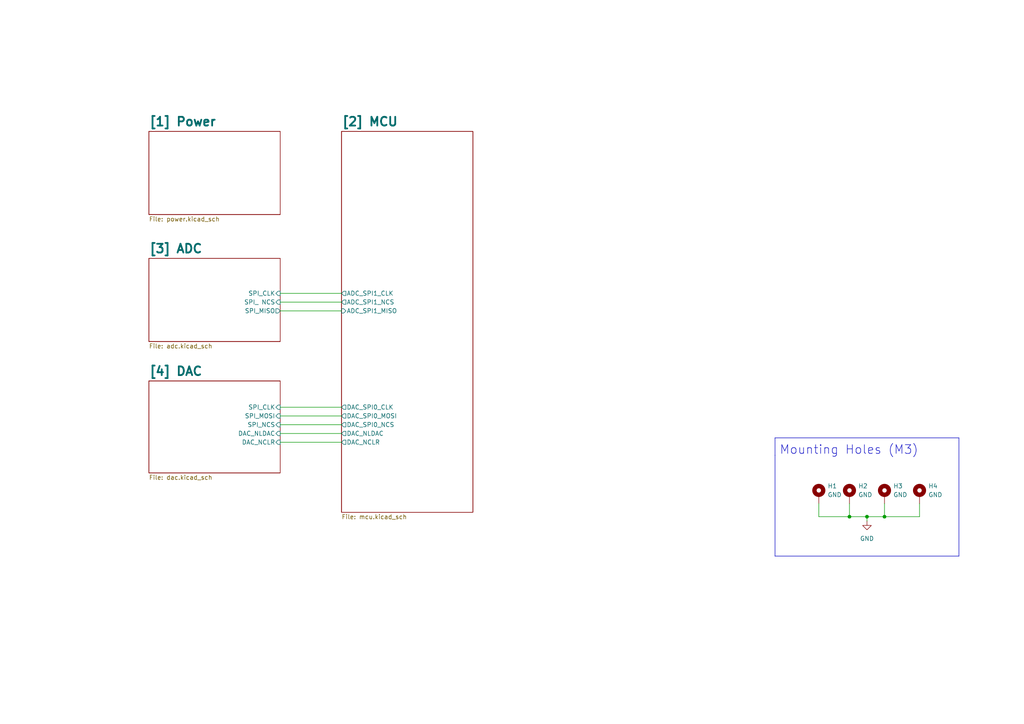
<source format=kicad_sch>
(kicad_sch (version 20230121) (generator eeschema)

  (uuid ef85fc54-329f-434a-8339-262c7e24e2e9)

  (paper "A4")

  (title_block
    (title "RP2040 Audio Board")
    (date "2023-05-01")
    (rev "0.2")
    (company "LP")
  )

  (lib_symbols
    (symbol "Mechanical:MountingHole_Pad" (pin_numbers hide) (pin_names (offset 1.016) hide) (in_bom yes) (on_board yes)
      (property "Reference" "H" (at 0 6.35 0)
        (effects (font (size 1.27 1.27)))
      )
      (property "Value" "MountingHole_Pad" (at 0 4.445 0)
        (effects (font (size 1.27 1.27)))
      )
      (property "Footprint" "" (at 0 0 0)
        (effects (font (size 1.27 1.27)) hide)
      )
      (property "Datasheet" "~" (at 0 0 0)
        (effects (font (size 1.27 1.27)) hide)
      )
      (property "ki_keywords" "mounting hole" (at 0 0 0)
        (effects (font (size 1.27 1.27)) hide)
      )
      (property "ki_description" "Mounting Hole with connection" (at 0 0 0)
        (effects (font (size 1.27 1.27)) hide)
      )
      (property "ki_fp_filters" "MountingHole*Pad*" (at 0 0 0)
        (effects (font (size 1.27 1.27)) hide)
      )
      (symbol "MountingHole_Pad_0_1"
        (circle (center 0 1.27) (radius 1.27)
          (stroke (width 1.27) (type default))
          (fill (type none))
        )
      )
      (symbol "MountingHole_Pad_1_1"
        (pin input line (at 0 -2.54 90) (length 2.54)
          (name "1" (effects (font (size 1.27 1.27))))
          (number "1" (effects (font (size 1.27 1.27))))
        )
      )
    )
    (symbol "power:GND" (power) (pin_names (offset 0)) (in_bom yes) (on_board yes)
      (property "Reference" "#PWR" (at 0 -6.35 0)
        (effects (font (size 1.27 1.27)) hide)
      )
      (property "Value" "GND" (at 0 -3.81 0)
        (effects (font (size 1.27 1.27)))
      )
      (property "Footprint" "" (at 0 0 0)
        (effects (font (size 1.27 1.27)) hide)
      )
      (property "Datasheet" "" (at 0 0 0)
        (effects (font (size 1.27 1.27)) hide)
      )
      (property "ki_keywords" "global power" (at 0 0 0)
        (effects (font (size 1.27 1.27)) hide)
      )
      (property "ki_description" "Power symbol creates a global label with name \"GND\" , ground" (at 0 0 0)
        (effects (font (size 1.27 1.27)) hide)
      )
      (symbol "GND_0_1"
        (polyline
          (pts
            (xy 0 0)
            (xy 0 -1.27)
            (xy 1.27 -1.27)
            (xy 0 -2.54)
            (xy -1.27 -1.27)
            (xy 0 -1.27)
          )
          (stroke (width 0) (type default))
          (fill (type none))
        )
      )
      (symbol "GND_1_1"
        (pin power_in line (at 0 0 270) (length 0) hide
          (name "GND" (effects (font (size 1.27 1.27))))
          (number "1" (effects (font (size 1.27 1.27))))
        )
      )
    )
  )

  (junction (at 251.46 149.86) (diameter 0) (color 0 0 0 0)
    (uuid 75f2a21b-1a13-45ec-9f18-3940a5206839)
  )
  (junction (at 256.54 149.86) (diameter 0) (color 0 0 0 0)
    (uuid ecf5c9aa-be31-4c2b-8535-c0d29453d5df)
  )
  (junction (at 246.38 149.86) (diameter 0) (color 0 0 0 0)
    (uuid fc62a026-3107-41c1-b3e4-4ec60a59dff4)
  )

  (wire (pts (xy 246.38 146.05) (xy 246.38 149.86))
    (stroke (width 0) (type default))
    (uuid 0225f7c9-e999-4e56-8849-423dde76771b)
  )
  (wire (pts (xy 251.46 149.86) (xy 256.54 149.86))
    (stroke (width 0) (type default))
    (uuid 07a017fe-5069-42dc-b062-532a11f298a8)
  )
  (wire (pts (xy 81.28 118.11) (xy 99.06 118.11))
    (stroke (width 0) (type default))
    (uuid 0a365a8b-0b8d-4487-8880-571e0937c932)
  )
  (wire (pts (xy 81.28 85.09) (xy 99.06 85.09))
    (stroke (width 0) (type default))
    (uuid 30f5ca2e-f1fd-4a60-9ca5-840306139244)
  )
  (wire (pts (xy 266.7 146.05) (xy 266.7 149.86))
    (stroke (width 0) (type default))
    (uuid 3549d2e7-bde2-4072-a077-a56e0e9cf015)
  )
  (polyline (pts (xy 224.79 127) (xy 224.79 161.29))
    (stroke (width 0) (type default))
    (uuid 35f68998-dc3a-4dbb-a5df-b58e591dcfa7)
  )

  (wire (pts (xy 246.38 149.86) (xy 251.46 149.86))
    (stroke (width 0) (type default))
    (uuid 37887b0b-c92b-4564-b907-ba69f4bf0814)
  )
  (polyline (pts (xy 278.13 161.29) (xy 278.13 127))
    (stroke (width 0) (type default))
    (uuid 54e80243-ca09-471c-b00b-38404796c450)
  )

  (wire (pts (xy 81.28 87.63) (xy 99.06 87.63))
    (stroke (width 0) (type default))
    (uuid 91fa8c9f-5249-438d-99f8-ca003e9b0eea)
  )
  (wire (pts (xy 81.28 125.73) (xy 99.06 125.73))
    (stroke (width 0) (type default))
    (uuid 949ac6b3-1b9d-471a-8516-bf44813138ed)
  )
  (wire (pts (xy 256.54 149.86) (xy 266.7 149.86))
    (stroke (width 0) (type default))
    (uuid 9f5ffbbc-5262-419e-ab33-f9438ebca257)
  )
  (wire (pts (xy 237.49 149.86) (xy 246.38 149.86))
    (stroke (width 0) (type default))
    (uuid af2357de-9c67-414d-9c35-743bfa102bc7)
  )
  (wire (pts (xy 256.54 146.05) (xy 256.54 149.86))
    (stroke (width 0) (type default))
    (uuid b02ac027-8fd9-4842-9a49-427f42bdee57)
  )
  (polyline (pts (xy 224.79 161.29) (xy 278.13 161.29))
    (stroke (width 0) (type default))
    (uuid b9e325c9-e3f5-47b5-a5a6-610e899853d6)
  )

  (wire (pts (xy 81.28 90.17) (xy 99.06 90.17))
    (stroke (width 0) (type default))
    (uuid c72c5130-c429-4c0d-9799-516ef9a55b08)
  )
  (wire (pts (xy 237.49 146.05) (xy 237.49 149.86))
    (stroke (width 0) (type default))
    (uuid ccd6fa4f-1092-4c88-8343-1d0317169b74)
  )
  (wire (pts (xy 81.28 123.19) (xy 99.06 123.19))
    (stroke (width 0) (type default))
    (uuid d6d5c905-b9fe-4550-93aa-10eaf287cfb6)
  )
  (wire (pts (xy 81.28 128.27) (xy 99.06 128.27))
    (stroke (width 0) (type default))
    (uuid dc83a7e5-42b3-4756-a50c-05277ea805a8)
  )
  (polyline (pts (xy 224.79 127) (xy 278.13 127))
    (stroke (width 0) (type default))
    (uuid e0d4e783-6650-4d05-94ab-758bea4eb9cc)
  )

  (wire (pts (xy 251.46 149.86) (xy 251.46 151.13))
    (stroke (width 0) (type default))
    (uuid e6288ea1-d24f-40bd-9ebb-861fbdf87818)
  )
  (polyline (pts (xy 224.79 132.08) (xy 224.79 132.08))
    (stroke (width 0) (type default))
    (uuid e8e21821-f4b5-4f08-b6d1-98e51c11fcdc)
  )

  (wire (pts (xy 81.28 120.65) (xy 99.06 120.65))
    (stroke (width 0) (type default))
    (uuid ecf0888a-d525-4b54-8a17-68bc194079e6)
  )

  (text "Mounting Holes (M3)\n" (at 226.06 132.08 0)
    (effects (font (size 2.54 2.54)) (justify left bottom))
    (uuid 0ee000c9-c7c2-416f-a094-25e6cf1168a5)
  )

  (symbol (lib_id "power:GND") (at 251.46 151.13 0) (unit 1)
    (in_bom yes) (on_board yes) (dnp no) (fields_autoplaced)
    (uuid 1e0e47b1-f4a4-415c-a0dd-754388d1de44)
    (property "Reference" "#PWR0126" (at 251.46 157.48 0)
      (effects (font (size 1.27 1.27)) hide)
    )
    (property "Value" "GND" (at 251.46 156.21 0)
      (effects (font (size 1.27 1.27)))
    )
    (property "Footprint" "" (at 251.46 151.13 0)
      (effects (font (size 1.27 1.27)) hide)
    )
    (property "Datasheet" "" (at 251.46 151.13 0)
      (effects (font (size 1.27 1.27)) hide)
    )
    (pin "1" (uuid cb44f6d9-c52e-4531-b318-b3ea656aae0c))
    (instances
      (project "rp2040_audioboard"
        (path "/ef85fc54-329f-434a-8339-262c7e24e2e9"
          (reference "#PWR0126") (unit 1)
        )
      )
    )
  )

  (symbol (lib_id "Mechanical:MountingHole_Pad") (at 266.7 143.51 0) (unit 1)
    (in_bom yes) (on_board yes) (dnp no) (fields_autoplaced)
    (uuid 703e621c-0a91-47ec-b6fc-87ecbad863b5)
    (property "Reference" "H4" (at 269.24 140.9699 0)
      (effects (font (size 1.27 1.27)) (justify left))
    )
    (property "Value" "GND" (at 269.24 143.5099 0)
      (effects (font (size 1.27 1.27)) (justify left))
    )
    (property "Footprint" "MountingHole:MountingHole_3.2mm_M3_Pad" (at 266.7 143.51 0)
      (effects (font (size 1.27 1.27)) hide)
    )
    (property "Datasheet" "~" (at 266.7 143.51 0)
      (effects (font (size 1.27 1.27)) hide)
    )
    (pin "1" (uuid 8805dedd-297b-4e19-b221-cb8d142f7a98))
    (instances
      (project "rp2040_audioboard"
        (path "/ef85fc54-329f-434a-8339-262c7e24e2e9"
          (reference "H4") (unit 1)
        )
      )
    )
  )

  (symbol (lib_id "Mechanical:MountingHole_Pad") (at 246.38 143.51 0) (unit 1)
    (in_bom yes) (on_board yes) (dnp no) (fields_autoplaced)
    (uuid 7cbfbab2-9943-4c7c-8ec2-589f12199f42)
    (property "Reference" "H2" (at 248.92 140.9699 0)
      (effects (font (size 1.27 1.27)) (justify left))
    )
    (property "Value" "GND" (at 248.92 143.5099 0)
      (effects (font (size 1.27 1.27)) (justify left))
    )
    (property "Footprint" "MountingHole:MountingHole_3.2mm_M3_Pad" (at 246.38 143.51 0)
      (effects (font (size 1.27 1.27)) hide)
    )
    (property "Datasheet" "~" (at 246.38 143.51 0)
      (effects (font (size 1.27 1.27)) hide)
    )
    (pin "1" (uuid ced13785-4ae3-476b-acd4-7aabc9027cff))
    (instances
      (project "rp2040_audioboard"
        (path "/ef85fc54-329f-434a-8339-262c7e24e2e9"
          (reference "H2") (unit 1)
        )
      )
    )
  )

  (symbol (lib_id "Mechanical:MountingHole_Pad") (at 237.49 143.51 0) (unit 1)
    (in_bom yes) (on_board yes) (dnp no) (fields_autoplaced)
    (uuid 860240b5-2c13-4ca3-8d7d-e9df3c18f8c6)
    (property "Reference" "H1" (at 240.03 140.9699 0)
      (effects (font (size 1.27 1.27)) (justify left))
    )
    (property "Value" "GND" (at 240.03 143.5099 0)
      (effects (font (size 1.27 1.27)) (justify left))
    )
    (property "Footprint" "MountingHole:MountingHole_3.2mm_M3_Pad" (at 237.49 143.51 0)
      (effects (font (size 1.27 1.27)) hide)
    )
    (property "Datasheet" "~" (at 237.49 143.51 0)
      (effects (font (size 1.27 1.27)) hide)
    )
    (pin "1" (uuid 34b615ea-9c65-4460-a6e7-02686bfb7165))
    (instances
      (project "rp2040_audioboard"
        (path "/ef85fc54-329f-434a-8339-262c7e24e2e9"
          (reference "H1") (unit 1)
        )
      )
    )
  )

  (symbol (lib_id "Mechanical:MountingHole_Pad") (at 256.54 143.51 0) (unit 1)
    (in_bom yes) (on_board yes) (dnp no) (fields_autoplaced)
    (uuid d90f84aa-06bc-4be5-850b-0aa1850ee75c)
    (property "Reference" "H3" (at 259.08 140.9699 0)
      (effects (font (size 1.27 1.27)) (justify left))
    )
    (property "Value" "GND" (at 259.08 143.5099 0)
      (effects (font (size 1.27 1.27)) (justify left))
    )
    (property "Footprint" "MountingHole:MountingHole_3.2mm_M3_Pad" (at 256.54 143.51 0)
      (effects (font (size 1.27 1.27)) hide)
    )
    (property "Datasheet" "~" (at 256.54 143.51 0)
      (effects (font (size 1.27 1.27)) hide)
    )
    (pin "1" (uuid 91cb3656-c6bc-4590-ae8f-e002f2640541))
    (instances
      (project "rp2040_audioboard"
        (path "/ef85fc54-329f-434a-8339-262c7e24e2e9"
          (reference "H3") (unit 1)
        )
      )
    )
  )

  (sheet (at 43.18 74.93) (size 38.1 24.13) (fields_autoplaced)
    (stroke (width 0.1524) (type solid))
    (fill (color 0 0 0 0.0000))
    (uuid 4e363a83-cfa1-42d0-ba60-579ed8356375)
    (property "Sheetname" "[3] ADC" (at 43.18 73.5834 0)
      (effects (font (size 2.54 2.54) bold) (justify left bottom))
    )
    (property "Sheetfile" "adc.kicad_sch" (at 43.18 99.6446 0)
      (effects (font (size 1.27 1.27)) (justify left top))
    )
    (pin "SPI_CLK" input (at 81.28 85.09 0)
      (effects (font (size 1.27 1.27)) (justify right))
      (uuid 4c7c4a46-3582-4b47-9de0-379a837ca555)
    )
    (pin "SPI_MISO" output (at 81.28 90.17 0)
      (effects (font (size 1.27 1.27)) (justify right))
      (uuid 24541d1d-e85c-4e71-8e54-95e25831c4a4)
    )
    (pin "SPI_ NCS" input (at 81.28 87.63 0)
      (effects (font (size 1.27 1.27)) (justify right))
      (uuid 1e28a2c8-b0fb-4a7f-ab12-77393974aa0c)
    )
    (instances
      (project "rp2040_audioboard"
        (path "/ef85fc54-329f-434a-8339-262c7e24e2e9" (page "4"))
      )
    )
  )

  (sheet (at 43.18 38.1) (size 38.1 24.13) (fields_autoplaced)
    (stroke (width 0.1524) (type solid))
    (fill (color 0 0 0 0.0000))
    (uuid 8b86c5bb-c0fc-4d5a-91aa-2ce0ad602b27)
    (property "Sheetname" "[1] Power" (at 43.18 36.7534 0)
      (effects (font (size 2.54 2.54) bold) (justify left bottom))
    )
    (property "Sheetfile" "power.kicad_sch" (at 43.18 62.8146 0)
      (effects (font (size 1.27 1.27)) (justify left top))
    )
    (instances
      (project "rp2040_audioboard"
        (path "/ef85fc54-329f-434a-8339-262c7e24e2e9" (page "2"))
      )
    )
  )

  (sheet (at 43.18 110.49) (size 38.1 26.67) (fields_autoplaced)
    (stroke (width 0.1524) (type solid))
    (fill (color 0 0 0 0.0000))
    (uuid a834fb14-b3a1-4fa1-8c02-1fdc386616f0)
    (property "Sheetname" "[4] DAC" (at 43.18 109.1434 0)
      (effects (font (size 2.54 2.54) bold) (justify left bottom))
    )
    (property "Sheetfile" "dac.kicad_sch" (at 43.18 137.7446 0)
      (effects (font (size 1.27 1.27)) (justify left top))
    )
    (pin "DAC_NCLR" input (at 81.28 128.27 0)
      (effects (font (size 1.27 1.27)) (justify right))
      (uuid 1a3933d8-e5ab-4c98-a1a5-b3a497031510)
    )
    (pin "SPI_CLK" input (at 81.28 118.11 0)
      (effects (font (size 1.27 1.27)) (justify right))
      (uuid 2b45e1f9-5135-4725-be4b-42583aeda6d3)
    )
    (pin "SPI_NCS" input (at 81.28 123.19 0)
      (effects (font (size 1.27 1.27)) (justify right))
      (uuid a2a0ce5d-1638-4939-9ae7-2b12a776f9b5)
    )
    (pin "SPI_MOSI" input (at 81.28 120.65 0)
      (effects (font (size 1.27 1.27)) (justify right))
      (uuid 6ad5eb80-c3d7-4bad-a5dc-95fb5f75d451)
    )
    (pin "DAC_NLDAC" input (at 81.28 125.73 0)
      (effects (font (size 1.27 1.27)) (justify right))
      (uuid 627e32f5-8202-4a4b-9306-55cb44501247)
    )
    (instances
      (project "rp2040_audioboard"
        (path "/ef85fc54-329f-434a-8339-262c7e24e2e9" (page "5"))
      )
    )
  )

  (sheet (at 99.06 38.1) (size 38.1 110.49) (fields_autoplaced)
    (stroke (width 0.1524) (type solid))
    (fill (color 0 0 0 0.0000))
    (uuid ee2d4daf-adb5-47d0-ba60-e54b60815215)
    (property "Sheetname" "[2] MCU" (at 99.06 36.7534 0)
      (effects (font (size 2.54 2.54) bold) (justify left bottom))
    )
    (property "Sheetfile" "mcu.kicad_sch" (at 99.06 149.1746 0)
      (effects (font (size 1.27 1.27)) (justify left top))
    )
    (pin "DAC_NLDAC" output (at 99.06 125.73 180)
      (effects (font (size 1.27 1.27)) (justify left))
      (uuid 5601f42e-28ad-4ab0-a680-076f84141f6d)
    )
    (pin "DAC_NCLR" output (at 99.06 128.27 180)
      (effects (font (size 1.27 1.27)) (justify left))
      (uuid 3d103e27-d5c8-4996-8ed9-672af56e9fd6)
    )
    (pin "ADC_SPI1_NCS" output (at 99.06 87.63 180)
      (effects (font (size 1.27 1.27)) (justify left))
      (uuid 11ae2b91-e6b0-47d1-b910-3d0f93e5ad9b)
    )
    (pin "ADC_SPI1_MISO" input (at 99.06 90.17 180)
      (effects (font (size 1.27 1.27)) (justify left))
      (uuid f8f30802-7061-4c77-b804-622c9faa2692)
    )
    (pin "ADC_SPI1_CLK" output (at 99.06 85.09 180)
      (effects (font (size 1.27 1.27)) (justify left))
      (uuid 29a7892e-cf41-441d-b05a-94f2ac6bb376)
    )
    (pin "DAC_SPI0_NCS" output (at 99.06 123.19 180)
      (effects (font (size 1.27 1.27)) (justify left))
      (uuid d5bc4c38-d396-434f-b38f-c5c0a4859f28)
    )
    (pin "DAC_SPI0_MOSI" output (at 99.06 120.65 180)
      (effects (font (size 1.27 1.27)) (justify left))
      (uuid f3577a82-b12b-4927-b9ef-112aabe34d10)
    )
    (pin "DAC_SPI0_CLK" output (at 99.06 118.11 180)
      (effects (font (size 1.27 1.27)) (justify left))
      (uuid c3bca295-73dc-49b6-9471-0c3b53d194c7)
    )
    (instances
      (project "rp2040_audioboard"
        (path "/ef85fc54-329f-434a-8339-262c7e24e2e9" (page "3"))
      )
    )
  )

  (sheet_instances
    (path "/" (page "1"))
  )
)

</source>
